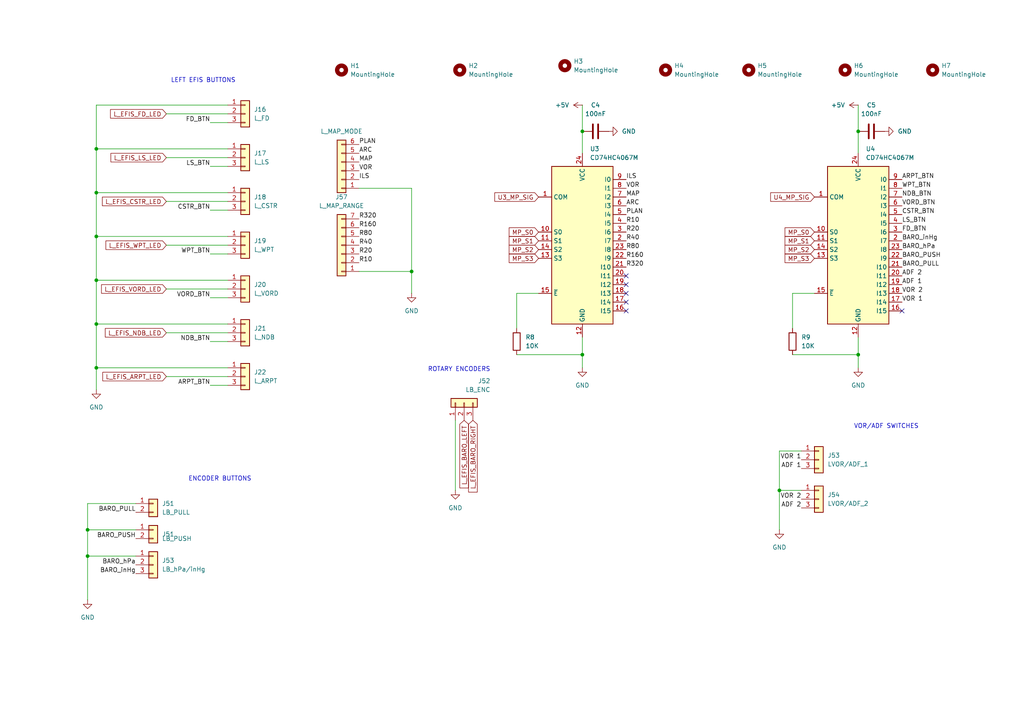
<source format=kicad_sch>
(kicad_sch (version 20231120) (generator "eeschema") (generator_version "8.0")
  (paper "A4")
  (lib_symbols
    (symbol "74xx:CD74HC4067M"
      (property "Reference" "U" (at -8.89 22.86 0))
      (property "Value" "CD74HC4067M" (at 1.27 22.86 0))
      (symbol "CD74HC4067M_0_1"
        (rectangle (start -8.89 21.59) (end 8.89 -24.13) (stroke (width 0.254)) (fill (type background)))
      )
      (symbol "CD74HC4067M_1_1"
        (pin passive line (at -12.7 12.7 0) (length 3.81) (name "COM") (number "1"))
        (pin input line (at -12.7 2.54 0) (length 3.81) (name "S0") (number "10"))
        (pin input line (at -12.7 0 0) (length 3.81) (name "S1") (number "11"))
        (pin power_in line (at 0 -27.94 90) (length 3.81) (name "GND") (number "12"))
        (pin input line (at -12.7 -5.08 0) (length 3.81) (name "S3") (number "13"))
        (pin input line (at -12.7 -2.54 0) (length 3.81) (name "S2") (number "14"))
        (pin input line (at -12.7 -15.24 0) (length 3.81) (name "~{E}") (number "15"))
        (pin passive line (at 12.7 -20.32 180) (length 3.81) (name "I15") (number "16"))
        (pin passive line (at 12.7 -17.78 180) (length 3.81) (name "I14") (number "17"))
        (pin passive line (at 12.7 -15.24 180) (length 3.81) (name "I13") (number "18"))
        (pin passive line (at 12.7 -12.7 180) (length 3.81) (name "I12") (number "19"))
        (pin passive line (at 12.7 0 180) (length 3.81) (name "I7") (number "2"))
        (pin passive line (at 12.7 -10.16 180) (length 3.81) (name "I11") (number "20"))
        (pin passive line (at 12.7 -7.62 180) (length 3.81) (name "I10") (number "21"))
        (pin passive line (at 12.7 -5.08 180) (length 3.81) (name "I9") (number "22"))
        (pin passive line (at 12.7 -2.54 180) (length 3.81) (name "I8") (number "23"))
        (pin power_in line (at 0 25.4 270) (length 3.81) (name "VCC") (number "24"))
        (pin passive line (at 12.7 2.54 180) (length 3.81) (name "I6") (number "3"))
        (pin passive line (at 12.7 5.08 180) (length 3.81) (name "I5") (number "4"))
        (pin passive line (at 12.7 7.62 180) (length 3.81) (name "I4") (number "5"))
        (pin passive line (at 12.7 10.16 180) (length 3.81) (name "I3") (number "6"))
        (pin passive line (at 12.7 12.7 180) (length 3.81) (name "I2") (number "7"))
        (pin passive line (at 12.7 15.24 180) (length 3.81) (name "I1") (number "8"))
        (pin passive line (at 12.7 17.78 180) (length 3.81) (name "I0") (number "9"))
      )
    )
    (symbol "Connector_Generic:Conn_01x02" (pin_names (offset 1.016) hide)
      (property "Reference" "J" (at 0 2.54 0))
      (property "Value" "Conn_01x02" (at 0 -5.08 0))
      (symbol "Conn_01x02_1_1"
        (rectangle (start -1.27 -2.413) (end 0 -2.667) (stroke (width 0.1524)))
        (rectangle (start -1.27 0.127) (end 0 -0.127) (stroke (width 0.1524)))
        (rectangle (start -1.27 1.27) (end 1.27 -3.81) (stroke (width 0.254)) (fill (type background)))
        (pin passive line (at -5.08 0 0) (length 3.81) (name "Pin_1") (number "1"))
        (pin passive line (at -5.08 -2.54 0) (length 3.81) (name "Pin_2") (number "2"))
      )
    )
    (symbol "Connector_Generic:Conn_01x03" (pin_names (offset 1.016) hide)
      (property "Reference" "J" (at 0 5.08 0))
      (property "Value" "Conn_01x03" (at 0 -5.08 0))
      (symbol "Conn_01x03_1_1"
        (rectangle (start -1.27 -2.413) (end 0 -2.667) (stroke (width 0.1524)))
        (rectangle (start -1.27 0.127) (end 0 -0.127) (stroke (width 0.1524)))
        (rectangle (start -1.27 2.667) (end 0 2.413) (stroke (width 0.1524)))
        (rectangle (start -1.27 3.81) (end 1.27 -3.81) (stroke (width 0.254)) (fill (type background)))
        (pin passive line (at -5.08 2.54 0) (length 3.81) (name "Pin_1") (number "1"))
        (pin passive line (at -5.08 0 0) (length 3.81) (name "Pin_2") (number "2"))
        (pin passive line (at -5.08 -2.54 0) (length 3.81) (name "Pin_3") (number "3"))
      )
    )
    (symbol "Connector_Generic:Conn_01x06" (pin_names (offset 1.016) hide)
      (property "Reference" "J" (at 0 7.62 0))
      (property "Value" "Conn_01x06" (at 0 -10.16 0))
      (symbol "Conn_01x06_1_1"
        (rectangle (start -1.27 -7.493) (end 0 -7.747) (stroke (width 0.1524)))
        (rectangle (start -1.27 -4.953) (end 0 -5.207) (stroke (width 0.1524)))
        (rectangle (start -1.27 -2.413) (end 0 -2.667) (stroke (width 0.1524)))
        (rectangle (start -1.27 0.127) (end 0 -0.127) (stroke (width 0.1524)))
        (rectangle (start -1.27 2.667) (end 0 2.413) (stroke (width 0.1524)))
        (rectangle (start -1.27 5.207) (end 0 4.953) (stroke (width 0.1524)))
        (rectangle (start -1.27 6.35) (end 1.27 -8.89) (stroke (width 0.254)) (fill (type background)))
        (pin passive line (at -5.08 5.08 0) (length 3.81) (name "Pin_1") (number "1"))
        (pin passive line (at -5.08 2.54 0) (length 3.81) (name "Pin_2") (number "2"))
        (pin passive line (at -5.08 0 0) (length 3.81) (name "Pin_3") (number "3"))
        (pin passive line (at -5.08 -2.54 0) (length 3.81) (name "Pin_4") (number "4"))
        (pin passive line (at -5.08 -5.08 0) (length 3.81) (name "Pin_5") (number "5"))
        (pin passive line (at -5.08 -7.62 0) (length 3.81) (name "Pin_6") (number "6"))
      )
    )
    (symbol "Connector_Generic:Conn_01x07" (pin_names (offset 1.016) hide)
      (property "Reference" "J" (at 0 10.16 0))
      (property "Value" "Conn_01x07" (at 0 -10.16 0))
      (symbol "Conn_01x07_1_1"
        (rectangle (start -1.27 -7.493) (end 0 -7.747) (stroke (width 0.1524)))
        (rectangle (start -1.27 -4.953) (end 0 -5.207) (stroke (width 0.1524)))
        (rectangle (start -1.27 -2.413) (end 0 -2.667) (stroke (width 0.1524)))
        (rectangle (start -1.27 0.127) (end 0 -0.127) (stroke (width 0.1524)))
        (rectangle (start -1.27 2.667) (end 0 2.413) (stroke (width 0.1524)))
        (rectangle (start -1.27 5.207) (end 0 4.953) (stroke (width 0.1524)))
        (rectangle (start -1.27 7.747) (end 0 7.493) (stroke (width 0.1524)))
        (rectangle (start -1.27 8.89) (end 1.27 -8.89) (stroke (width 0.254)) (fill (type background)))
        (pin passive line (at -5.08 7.62 0) (length 3.81) (name "Pin_1") (number "1"))
        (pin passive line (at -5.08 5.08 0) (length 3.81) (name "Pin_2") (number "2"))
        (pin passive line (at -5.08 2.54 0) (length 3.81) (name "Pin_3") (number "3"))
        (pin passive line (at -5.08 0 0) (length 3.81) (name "Pin_4") (number "4"))
        (pin passive line (at -5.08 -2.54 0) (length 3.81) (name "Pin_5") (number "5"))
        (pin passive line (at -5.08 -5.08 0) (length 3.81) (name "Pin_6") (number "6"))
        (pin passive line (at -5.08 -7.62 0) (length 3.81) (name "Pin_7") (number "7"))
      )
    )
    (symbol "Device:C" (pin_numbers hide) (pin_names (offset 0.254))
      (property "Reference" "C" (at 0.635 2.54 0))
      (property "Value" "C" (at 0.635 -2.54 0))
      (symbol "C_0_1"
        (polyline (pts (xy -2.032 -0.762) (xy 2.032 -0.762)) (stroke (width 0.508)))
        (polyline (pts (xy -2.032 0.762) (xy 2.032 0.762)) (stroke (width 0.508)))
      )
      (symbol "C_1_1"
        (pin passive line (at 0 3.81 270) (length 2.794) (name "~") (number "1"))
        (pin passive line (at 0 -3.81 90) (length 2.794) (name "~") (number "2"))
      )
    )
    (symbol "Device:R" (pin_numbers hide) (pin_names (offset 0))
      (property "Reference" "R" (at 2.032 0 90))
      (property "Value" "R" (at 0 0 90))
      (symbol "R_0_1"
        (rectangle (start -1.016 -2.54) (end 1.016 2.54) (stroke (width 0.254)))
      )
      (symbol "R_1_1"
        (pin passive line (at 0 3.81 270) (length 1.27) (name "~") (number "1"))
        (pin passive line (at 0 -3.81 90) (length 1.27) (name "~") (number "2"))
      )
    )
    (symbol "Mechanical:MountingHole" (pin_names (offset 1.016))
      (property "Reference" "H" (at 0 5.08 0))
      (property "Value" "MountingHole" (at 0 3.175 0))
      (symbol "MountingHole_0_1"
        (circle (center 0 0) (radius 1.27) (stroke (width 1.27)))
      )
    )
    (symbol "power:+5V" (power) (pin_numbers hide) (pin_names (offset 0) hide)
      (property "Value" "+5V" (at 0 3.556 0))
      (symbol "+5V_0_1"
        (polyline (pts (xy -0.762 1.27) (xy 0 2.54)))
        (polyline (pts (xy 0 0) (xy 0 2.54)))
        (polyline (pts (xy 0 2.54) (xy 0.762 1.27)))
      )
      (symbol "+5V_1_1"
        (pin power_in line (at 0 0 90) (length 0) (name "~") (number "1"))
      )
    )
    (symbol "power:GND" (power) (pin_numbers hide) (pin_names (offset 0) hide)
      (property "Value" "GND" (at 0 -3.81 0))
      (symbol "GND_0_1"
        (polyline (pts (xy 0 0) (xy 0 -1.27) (xy 1.27 -1.27) (xy 0 -2.54) (xy -1.27 -1.27) (xy 0 -1.27)))
      )
      (symbol "GND_1_1"
        (pin power_in line (at 0 0 270) (length 0) (name "~") (number "1"))
      )
    )
  )
  (junction (at 25.4 161.29))
  (junction (at 168.91 38.1))
  (junction (at 248.92 38.1))
  (junction (at 27.94 93.98))
  (junction (at 168.91 102.87))
  (junction (at 226.06 142.24))
  (junction (at 248.92 102.87))
  (junction (at 119.38 78.74))
  (junction (at 27.94 43.18))
  (junction (at 27.94 68.58))
  (junction (at 27.94 106.68))
  (junction (at 27.94 81.28))
  (junction (at 25.4 153.67))
  (junction (at 27.94 55.88))
  (no_connect (at 181.61 87.63))
  (no_connect (at 181.61 85.09))
  (no_connect (at 181.61 82.55))
  (no_connect (at 181.61 80.01))
  (no_connect (at 181.61 90.17))
  (no_connect (at 261.62 90.17))
  (wire (pts (xy 149.86 85.09) (xy 149.86 95.25)))
  (wire (pts (xy 25.4 153.67) (xy 25.4 161.29)))
  (wire (pts (xy 168.91 38.1) (xy 168.91 44.45)))
  (wire (pts (xy 132.08 142.24) (xy 132.08 121.92)))
  (wire (pts (xy 232.41 130.81) (xy 226.06 130.81)))
  (wire (pts (xy 66.04 93.98) (xy 27.94 93.98)))
  (wire (pts (xy 27.94 81.28) (xy 66.04 81.28)))
  (wire (pts (xy 27.94 81.28) (xy 27.94 93.98)))
  (wire (pts (xy 27.94 68.58) (xy 27.94 81.28)))
  (wire (pts (xy 48.26 58.42) (xy 66.04 58.42)))
  (wire (pts (xy 60.96 60.96) (xy 66.04 60.96)))
  (wire (pts (xy 48.26 109.22) (xy 66.04 109.22)))
  (wire (pts (xy 229.87 85.09) (xy 229.87 95.25)))
  (wire (pts (xy 27.94 43.18) (xy 66.04 43.18)))
  (wire (pts (xy 27.94 43.18) (xy 27.94 55.88)))
  (wire (pts (xy 248.92 38.1) (xy 248.92 44.45)))
  (wire (pts (xy 27.94 93.98) (xy 27.94 106.68)))
  (wire (pts (xy 39.37 146.05) (xy 25.4 146.05)))
  (wire (pts (xy 168.91 106.68) (xy 168.91 102.87)))
  (wire (pts (xy 48.26 96.52) (xy 66.04 96.52)))
  (wire (pts (xy 104.14 78.74) (xy 119.38 78.74)))
  (wire (pts (xy 25.4 146.05) (xy 25.4 153.67)))
  (wire (pts (xy 66.04 30.48) (xy 27.94 30.48)))
  (wire (pts (xy 60.96 73.66) (xy 66.04 73.66)))
  (wire (pts (xy 48.26 83.82) (xy 66.04 83.82)))
  (wire (pts (xy 27.94 106.68) (xy 66.04 106.68)))
  (wire (pts (xy 226.06 142.24) (xy 226.06 153.67)))
  (wire (pts (xy 156.21 85.09) (xy 149.86 85.09)))
  (wire (pts (xy 104.14 54.61) (xy 119.38 54.61)))
  (wire (pts (xy 48.26 33.02) (xy 66.04 33.02)))
  (wire (pts (xy 248.92 102.87) (xy 248.92 97.79)))
  (wire (pts (xy 60.96 86.36) (xy 66.04 86.36)))
  (wire (pts (xy 60.96 111.76) (xy 66.04 111.76)))
  (wire (pts (xy 66.04 68.58) (xy 27.94 68.58)))
  (wire (pts (xy 168.91 102.87) (xy 168.91 97.79)))
  (wire (pts (xy 27.94 106.68) (xy 27.94 113.03)))
  (wire (pts (xy 25.4 161.29) (xy 25.4 173.99)))
  (wire (pts (xy 226.06 130.81) (xy 226.06 142.24)))
  (wire (pts (xy 60.96 35.56) (xy 66.04 35.56)))
  (wire (pts (xy 27.94 30.48) (xy 27.94 43.18)))
  (wire (pts (xy 229.87 102.87) (xy 248.92 102.87)))
  (wire (pts (xy 27.94 55.88) (xy 27.94 68.58)))
  (wire (pts (xy 248.92 106.68) (xy 248.92 102.87)))
  (wire (pts (xy 60.96 99.06) (xy 66.04 99.06)))
  (wire (pts (xy 48.26 45.72) (xy 66.04 45.72)))
  (wire (pts (xy 60.96 48.26) (xy 66.04 48.26)))
  (wire (pts (xy 149.86 102.87) (xy 168.91 102.87)))
  (wire (pts (xy 27.94 55.88) (xy 66.04 55.88)))
  (wire (pts (xy 39.37 161.29) (xy 25.4 161.29)))
  (wire (pts (xy 168.91 30.48) (xy 168.91 38.1)))
  (wire (pts (xy 39.37 153.67) (xy 25.4 153.67)))
  (wire (pts (xy 119.38 78.74) (xy 119.38 85.09)))
  (wire (pts (xy 119.38 54.61) (xy 119.38 78.74)))
  (wire (pts (xy 226.06 142.24) (xy 232.41 142.24)))
  (wire (pts (xy 48.26 71.12) (xy 66.04 71.12)))
  (wire (pts (xy 236.22 85.09) (xy 229.87 85.09)))
  (wire (pts (xy 248.92 30.48) (xy 248.92 38.1)))
  (text "LEFT EFIS BUTTONS" (at 49.53 24.13 0) (effects (font (size 1.27 1.27)) (justify left bottom)))
  (text "ROTARY ENCODERS" (at 142.24 107.95 0) (effects (font (size 1.27 1.27)) (justify right bottom)))
  (text "ENCODER BUTTONS" (at 54.61 139.7 0) (effects (font (size 1.27 1.27)) (justify left bottom)))
  (text "VOR/ADF SWITCHES" (at 247.65 124.46 0) (effects (font (size 1.27 1.27)) (justify left bottom)))
  (label "R40" (at 181.61 69.85 0))
  (label "VOR 2" (at 232.41 144.78 180))
  (label "CSTR_BTN" (at 60.96 60.96 180))
  (label "ARPT_BTN" (at 261.62 52.07 0))
  (label "LS_BTN" (at 261.62 64.77 0))
  (label "R10" (at 104.14 76.2 0))
  (label "BARO_PULL" (at 261.62 77.47 0))
  (label "FD_BTN" (at 60.96 35.56 180))
  (label "WPT_BTN" (at 261.62 54.61 0))
  (label "ILS" (at 104.14 52.07 0))
  (label "MAP" (at 181.61 57.15 0))
  (label "R160" (at 104.14 66.04 0))
  (label "PLAN" (at 104.14 41.91 0))
  (label "BARO_hPa" (at 261.62 72.39 0))
  (label "BARO_inHg" (at 261.62 69.85 0))
  (label "ADF 1" (at 232.41 135.89 180))
  (label "MAP" (at 104.14 46.99 0))
  (label "ADF 2" (at 261.62 80.01 0))
  (label "R10" (at 181.61 64.77 0))
  (label "BARO_PULL" (at 39.37 148.59 180))
  (label "VOR 1" (at 261.62 87.63 0))
  (label "VORD_BTN" (at 261.62 59.69 0))
  (label "VORD_BTN" (at 60.96 86.36 180))
  (label "VOR" (at 104.14 49.53 0))
  (label "R20" (at 181.61 67.31 0))
  (label "ARC" (at 181.61 59.69 0))
  (label "ADF 2" (at 232.41 147.32 180))
  (label "VOR 1" (at 232.41 133.35 180))
  (label "LS_BTN" (at 60.96 48.26 180))
  (label "VOR 2" (at 261.62 85.09 0))
  (label "VOR" (at 181.61 54.61 0))
  (label "BARO_hPa" (at 39.37 163.83 180))
  (label "NDB_BTN" (at 261.62 57.15 0))
  (label "BARO_PUSH" (at 39.37 156.21 180))
  (label "R80" (at 181.61 72.39 0))
  (label "BARO_inHg" (at 39.37 166.37 180))
  (label "R160" (at 181.61 74.93 0))
  (label "ILS" (at 181.61 52.07 0))
  (label "R320" (at 104.14 63.5 0))
  (label "ADF 1" (at 261.62 82.55 0))
  (label "ARPT_BTN" (at 60.96 111.76 180))
  (label "R320" (at 181.61 77.47 0))
  (label "PLAN" (at 181.61 62.23 0))
  (label "BARO_PUSH" (at 261.62 74.93 0))
  (label "R20" (at 104.14 73.66 0))
  (label "R40" (at 104.14 71.12 0))
  (label "FD_BTN" (at 261.62 67.31 0))
  (label "WPT_BTN" (at 60.96 73.66 180))
  (label "CSTR_BTN" (at 261.62 62.23 0))
  (label "NDB_BTN" (at 60.96 99.06 180))
  (label "ARC" (at 104.14 44.45 0))
  (label "R80" (at 104.14 68.58 0))
  (global_label "L_EFIS_NDB_LED" (shape input) (at 48.26 96.52 180) (property "Intersheetrefs" "${INTERSHEET_REFS}" (effects (hide yes))))
  (global_label "L_EFIS_BARO_LEFT" (shape input) (at 134.62 121.92 270) (property "Intersheetrefs" "${INTERSHEET_REFS}" (effects (hide yes))))
  (global_label "MP_S2" (shape input) (at 236.22 72.39 180) (property "Intersheetrefs" "${INTERSHEET_REFS}" (effects (hide yes))))
  (global_label "L_EFIS_LS_LED" (shape input) (at 48.26 45.72 180) (property "Intersheetrefs" "${INTERSHEET_REFS}" (effects (hide yes))))
  (global_label "U3_MP_SIG" (shape input) (at 156.21 57.15 180) (property "Intersheetrefs" "${INTERSHEET_REFS}" (effects (hide yes))))
  (global_label "L_EFIS_VORD_LED" (shape input) (at 48.26 83.82 180) (property "Intersheetrefs" "${INTERSHEET_REFS}" (effects (hide yes))))
  (global_label "MP_S0" (shape input) (at 236.22 67.31 180) (property "Intersheetrefs" "${INTERSHEET_REFS}" (effects (hide yes))))
  (global_label "L_EFIS_ARPT_LED" (shape input) (at 48.26 109.22 180) (property "Intersheetrefs" "${INTERSHEET_REFS}" (effects (hide yes))))
  (global_label "L_EFIS_FD_LED" (shape input) (at 48.26 33.02 180) (property "Intersheetrefs" "${INTERSHEET_REFS}" (effects (hide yes))))
  (global_label "U4_MP_SIG" (shape input) (at 236.22 57.15 180) (property "Intersheetrefs" "${INTERSHEET_REFS}" (effects (hide yes))))
  (global_label "MP_S0" (shape input) (at 156.21 67.31 180) (property "Intersheetrefs" "${INTERSHEET_REFS}" (effects (hide yes))))
  (global_label "L_EFIS_BARO_RIGHT" (shape input) (at 137.16 121.92 270) (property "Intersheetrefs" "${INTERSHEET_REFS}" (effects (hide yes))))
  (global_label "MP_S3" (shape input) (at 156.21 74.93 180) (property "Intersheetrefs" "${INTERSHEET_REFS}" (effects (hide yes))))
  (global_label "L_EFIS_CSTR_LED" (shape input) (at 48.26 58.42 180) (property "Intersheetrefs" "${INTERSHEET_REFS}" (effects (hide yes))))
  (global_label "MP_S1" (shape input) (at 236.22 69.85 180) (property "Intersheetrefs" "${INTERSHEET_REFS}" (effects (hide yes))))
  (global_label "MP_S1" (shape input) (at 156.21 69.85 180) (property "Intersheetrefs" "${INTERSHEET_REFS}" (effects (hide yes))))
  (global_label "L_EFIS_WPT_LED" (shape input) (at 48.26 71.12 180) (property "Intersheetrefs" "${INTERSHEET_REFS}" (effects (hide yes))))
  (global_label "MP_S3" (shape input) (at 236.22 74.93 180) (property "Intersheetrefs" "${INTERSHEET_REFS}" (effects (hide yes))))
  (global_label "MP_S2" (shape input) (at 156.21 72.39 180) (property "Intersheetrefs" "${INTERSHEET_REFS}" (effects (hide yes))))
  (symbol (lib_id "Device:C") (at 172.72 38.1 90) (unit 1)
    (property "Reference" "C4" (at 172.72 30.48 90))
    (property "Value" "100nF" (at 172.72 33.02 90))
    (property "Footprint" "Capacitor_SMD:C_1206_3216Metric_Pad1.33x1.80mm_HandSolder" (effects (hide yes)))
    (property "Description" "Unpolarized capacitor" (effects (hide yes)))
  )
  (symbol (lib_id "74xx:CD74HC4067M") (at 168.91 69.85 0) (unit 1)
    (property "Reference" "U3" (at 171.1041 43.18 0) (effects (justify left)))
    (property "Value" "CD74HC4067M" (at 171.1041 45.72 0) (effects (justify left)))
    (property "Footprint" "Package_SO:SOIC-24W_7.5x15.4mm_P1.27mm" (effects (hide yes)))
    (property "Datasheet" "http://www.ti.com/lit/ds/symlink/cd74hc4067.pdf" (effects (hide yes)))
    (property "Description" "High-Speed CMOS Logic 16-Channel Analog Multiplexer/Demultiplexer, SOIC-24" (effects (hide yes)))
  )
  (symbol (lib_id "Mechanical:MountingHole") (at 99.06 20.32 0) (unit 1)
    (property "Reference" "H1" (at 101.6 19.05 0) (effects (justify left)))
    (property "Value" "MountingHole" (at 101.6 21.59 0) (effects (justify left)))
    (property "Footprint" "MountingHole:MountingHole_2.7mm_M2.5_DIN965_Pad_TopBottom" (effects (hide yes)))
  )
  (symbol (lib_id "74xx:CD74HC4067M") (at 248.92 69.85 0) (unit 1)
    (property "Reference" "U4" (at 251.1141 43.18 0) (effects (justify left)))
    (property "Value" "CD74HC4067M" (at 251.1141 45.72 0) (effects (justify left)))
    (property "Footprint" "Package_SO:SOIC-24W_7.5x15.4mm_P1.27mm" (effects (hide yes)))
    (property "Datasheet" "http://www.ti.com/lit/ds/symlink/cd74hc4067.pdf" (effects (hide yes)))
    (property "Description" "High-Speed CMOS Logic 16-Channel Analog Multiplexer/Demultiplexer, SOIC-24" (effects (hide yes)))
  )
  (symbol (lib_id "power:GND") (at 176.53 38.1 90) (unit 1)
    (property "Reference" "#PWR047" (effects (hide yes)))
    (property "Value" "GND" (at 180.34 38.0999 90) (effects (justify right)))
    (property "Description" "Power symbol creates a global label with name \"GND\" , ground" (effects (hide yes)))
  )
  (symbol (lib_id "Mechanical:MountingHole") (at 193.04 20.32 0) (unit 1)
    (property "Reference" "H4" (at 195.58 19.05 0) (effects (justify left)))
    (property "Value" "MountingHole" (at 195.58 21.59 0) (effects (justify left)))
    (property "Footprint" "MountingHole:MountingHole_2.7mm_M2.5_DIN965_Pad_TopBottom" (effects (hide yes)))
  )
  (symbol (lib_id "Device:C") (at 252.73 38.1 90) (unit 1)
    (property "Reference" "C5" (at 252.73 30.48 90))
    (property "Value" "100nF" (at 252.73 33.02 90))
    (property "Footprint" "Capacitor_SMD:C_1206_3216Metric_Pad1.33x1.80mm_HandSolder" (effects (hide yes)))
    (property "Description" "Unpolarized capacitor" (effects (hide yes)))
  )
  (symbol (lib_id "power:GND") (at 27.94 113.03 0) (unit 1)
    (property "Reference" "#PWR017" (effects (hide yes)))
    (property "Value" "GND" (at 27.94 118.11 0))
    (property "Description" "Power symbol creates a global label with name \"GND\" , ground" (effects (hide yes)))
    (instances (project "FCU_Mainboard_v2" (path "" (reference "#PWR017") (unit 1)) (path "" (reference "#PWR014") (unit 1))))
  )
  (symbol (lib_id "Connector_Generic:Conn_01x03") (at 71.12 33.02 0) (unit 1)
    (property "Reference" "J16" (at 73.66 31.7499 0) (effects (justify left)))
    (property "Value" "L_FD" (at 73.66 34.2899 0) (effects (justify left)))
    (property "Footprint" "Connector_PinHeader_2.54mm:PinHeader_1x03_P2.54mm_Vertical" (effects (hide yes)))
    (instances (project "FCU_Mainboard_v2" (path "" (reference "J16") (unit 1)) (path "" (reference "J26") (unit 1)) (path "" (reference "J16") (unit 1))))
  )
  (symbol (lib_id "Connector_Generic:Conn_01x03") (at 71.12 58.42 0) (unit 1)
    (property "Reference" "J18" (at 73.66 57.1499 0) (effects (justify left)))
    (property "Value" "L_CSTR" (at 73.66 59.6899 0) (effects (justify left)))
    (property "Footprint" "Connector_PinHeader_2.54mm:PinHeader_1x03_P2.54mm_Vertical" (effects (hide yes)))
    (instances (project "FCU_Mainboard_v2" (path "" (reference "J18") (unit 1)) (path "" (reference "J28") (unit 1)) (path "" (reference "J18") (unit 1))))
  )
  (symbol (lib_id "Mechanical:MountingHole") (at 245.11 20.32 0) (unit 1)
    (property "Reference" "H6" (at 247.65 19.05 0) (effects (justify left)))
    (property "Value" "MountingHole" (at 247.65 21.59 0) (effects (justify left)))
    (property "Footprint" "MountingHole:MountingHole_2.7mm_M2.5_DIN965_Pad_TopBottom" (effects (hide yes)))
  )
  (symbol (lib_id "power:GND") (at 226.06 153.67 0) (unit 1)
    (property "Reference" "#PWR032" (effects (hide yes)))
    (property "Value" "GND" (at 226.06 158.75 0))
    (property "Description" "Power symbol creates a global label with name \"GND\" , ground" (effects (hide yes)))
    (instances (project "FCU_Mainboard_v2" (path "" (reference "#PWR032") (unit 1)) (path "" (reference "#PWR018") (unit 1))))
  )
  (symbol (lib_id "Device:R") (at 149.86 99.06 0) (unit 1)
    (property "Reference" "R8" (at 152.4 97.7899 0) (effects (justify left)))
    (property "Value" "10K" (at 152.4 100.3299 0) (effects (justify left)))
    (property "Footprint" "Resistor_SMD:R_1206_3216Metric_Pad1.30x1.75mm_HandSolder" (effects (hide yes)))
    (property "Description" "Resistor" (effects (hide yes)))
  )
  (symbol (lib_id "power:GND") (at 119.38 85.09 0) (unit 1)
    (property "Reference" "#PWR030" (effects (hide yes)))
    (property "Value" "GND" (at 119.38 90.17 0))
    (property "Description" "Power symbol creates a global label with name \"GND\" , ground" (effects (hide yes)))
    (instances (project "FCU_Mainboard_v2" (path "" (reference "#PWR030") (unit 1)) (path "" (reference "#PWR029") (unit 1))))
  )
  (symbol (lib_id "power:+5V") (at 248.92 30.48 90) (unit 1)
    (property "Reference" "#PWR048" (effects (hide yes)))
    (property "Value" "+5V" (at 245.11 30.4799 90) (effects (justify left)))
    (property "Description" "Power symbol creates a global label with name \"+5V\"" (effects (hide yes)))
  )
  (symbol (lib_id "Device:R") (at 229.87 99.06 0) (unit 1)
    (property "Reference" "R9" (at 232.41 97.7899 0) (effects (justify left)))
    (property "Value" "10K" (at 232.41 100.3299 0) (effects (justify left)))
    (property "Footprint" "Resistor_SMD:R_1206_3216Metric_Pad1.30x1.75mm_HandSolder" (effects (hide yes)))
    (property "Description" "Resistor" (effects (hide yes)))
  )
  (symbol (lib_id "Connector_Generic:Conn_01x06") (at 99.06 49.53 180) (unit 1)
    (property "Reference" "J55" (effects (hide yes)))
    (property "Value" "L_MAP_MODE" (at 99.06 38.1 0))
    (property "Footprint" "Connector_PinHeader_2.54mm:PinHeader_1x06_P2.54mm_Vertical" (effects (hide yes)))
    (instances (project "FCU_Mainboard_v2" (path "" (reference "J55") (unit 1)) (path "" (reference "J54") (unit 1)) (path "" (reference "J51") (unit 1))))
  )
  (symbol (lib_id "power:GND") (at 168.91 106.68 0) (unit 1)
    (property "Reference" "#PWR033" (effects (hide yes)))
    (property "Value" "GND" (at 168.91 111.76 0))
    (property "Description" "Power symbol creates a global label with name \"GND\" , ground" (effects (hide yes)))
  )
  (symbol (lib_id "Connector_Generic:Conn_01x03") (at 71.12 83.82 0) (unit 1)
    (property "Reference" "J20" (at 73.66 82.5499 0) (effects (justify left)))
    (property "Value" "L_VORD" (at 73.66 85.0899 0) (effects (justify left)))
    (property "Footprint" "Connector_PinHeader_2.54mm:PinHeader_1x03_P2.54mm_Vertical" (effects (hide yes)))
    (instances (project "FCU_Mainboard_v2" (path "" (reference "J20") (unit 1)) (path "" (reference "J40") (unit 1)) (path "" (reference "J20") (unit 1))))
  )
  (symbol (lib_id "Connector_Generic:Conn_01x03") (at 71.12 71.12 0) (unit 1)
    (property "Reference" "J19" (at 73.66 69.8499 0) (effects (justify left)))
    (property "Value" "L_WPT" (at 73.66 72.3899 0) (effects (justify left)))
    (property "Footprint" "Connector_PinHeader_2.54mm:PinHeader_1x03_P2.54mm_Vertical" (effects (hide yes)))
    (instances (project "FCU_Mainboard_v2" (path "" (reference "J19") (unit 1)) (path "" (reference "J29") (unit 1)) (path "" (reference "J19") (unit 1))))
  )
  (symbol (lib_id "Connector_Generic:Conn_01x03") (at 71.12 109.22 0) (unit 1)
    (property "Reference" "J22" (at 73.66 107.9499 0) (effects (justify left)))
    (property "Value" "L_ARPT" (at 73.66 110.4899 0) (effects (justify left)))
    (property "Footprint" "Connector_PinHeader_2.54mm:PinHeader_1x03_P2.54mm_Vertical" (effects (hide yes)))
    (instances (project "FCU_Mainboard_v2" (path "" (reference "J22") (unit 1)) (path "" (reference "J52") (unit 1)) (path "" (reference "J22") (unit 1))))
  )
  (symbol (lib_id "Connector_Generic:Conn_01x03") (at 71.12 45.72 0) (unit 1)
    (property "Reference" "J17" (at 73.66 44.4499 0) (effects (justify left)))
    (property "Value" "L_LS" (at 73.66 46.9899 0) (effects (justify left)))
    (property "Footprint" "Connector_PinHeader_2.54mm:PinHeader_1x03_P2.54mm_Vertical" (effects (hide yes)))
    (instances (project "FCU_Mainboard_v2" (path "" (reference "J17") (unit 1)) (path "" (reference "J27") (unit 1)) (path "" (reference "J17") (unit 1))))
  )
  (symbol (lib_id "Connector_Generic:Conn_01x02") (at 44.45 153.67 0) (unit 1)
    (property "Reference" "J51" (at 46.99 154.9399 0) (effects (justify left)))
    (property "Value" "LB_PUSH" (at 46.99 156.21 0) (effects (justify left)))
    (property "Footprint" "Connector_PinHeader_2.54mm:PinHeader_1x02_P2.54mm_Vertical" (effects (hide yes)))
    (instances (project "FCU_Mainboard_v2" (path "" (reference "J51") (unit 1)) (path "" (reference "J24") (unit 1)) (path "" (reference "J44") (unit 1))))
  )
  (symbol (lib_id "power:+5V") (at 168.91 30.48 90) (unit 1)
    (property "Reference" "#PWR031" (effects (hide yes)))
    (property "Value" "+5V" (at 165.1 30.4799 90) (effects (justify left)))
    (property "Description" "Power symbol creates a global label with name \"+5V\"" (effects (hide yes)))
  )
  (symbol (lib_id "power:GND") (at 256.54 38.1 90) (unit 1)
    (property "Reference" "#PWR052" (effects (hide yes)))
    (property "Value" "GND" (at 260.35 38.0999 90) (effects (justify right)))
    (property "Description" "Power symbol creates a global label with name \"GND\" , ground" (effects (hide yes)))
  )
  (symbol (lib_id "power:GND") (at 25.4 173.99 0) (unit 1)
    (property "Reference" "#PWR019" (effects (hide yes)))
    (property "Value" "GND" (at 25.4 179.07 0))
    (property "Description" "Power symbol creates a global label with name \"GND\" , ground" (effects (hide yes)))
    (instances (project "FCU_Mainboard_v2" (path "" (reference "#PWR019") (unit 1)) (path "" (reference "#PWR016") (unit 1))))
  )
  (symbol (lib_id "Connector_Generic:Conn_01x03") (at 134.62 116.84 90) (unit 1)
    (property "Reference" "J52" (at 142.24 110.49 90) (effects (justify left)))
    (property "Value" "LB_ENC" (at 142.24 113.03 90) (effects (justify left)))
    (property "Footprint" "Connector_PinHeader_2.54mm:PinHeader_1x03_P2.54mm_Vertical" (effects (hide yes)))
    (instances (project "FCU_Mainboard_v2" (path "" (reference "J52") (unit 1)) (path "" (reference "J56") (unit 1)) (path "" (reference "J36") (unit 1))))
  )
  (symbol (lib_id "Mechanical:MountingHole") (at 217.17 20.32 0) (unit 1)
    (property "Reference" "H5" (at 219.71 19.05 0) (effects (justify left)))
    (property "Value" "MountingHole" (at 219.71 21.59 0) (effects (justify left)))
    (property "Footprint" "MountingHole:MountingHole_2.7mm_M2.5_DIN965_Pad_TopBottom" (effects (hide yes)))
  )
  (symbol (lib_id "Mechanical:MountingHole") (at 133.35 20.32 0) (unit 1)
    (property "Reference" "H2" (at 135.89 19.05 0) (effects (justify left)))
    (property "Value" "MountingHole" (at 135.89 21.59 0) (effects (justify left)))
    (property "Footprint" "MountingHole:MountingHole_2.7mm_M2.5_DIN965_Pad_TopBottom" (effects (hide yes)))
  )
  (symbol (lib_id "power:GND") (at 132.08 142.24 0) (unit 1)
    (property "Reference" "#PWR023" (effects (hide yes)))
    (property "Value" "GND" (at 132.08 147.32 0))
    (property "Description" "Power symbol creates a global label with name \"GND\" , ground" (effects (hide yes)))
    (instances (project "FCU_Mainboard_v2" (path "" (reference "#PWR023") (unit 1)) (path "" (reference "#PWR015") (unit 1))))
  )
  (symbol (lib_id "Mechanical:MountingHole") (at 270.51 20.32 0) (unit 1)
    (property "Reference" "H7" (at 273.05 19.05 0) (effects (justify left)))
    (property "Value" "MountingHole" (at 273.05 21.59 0) (effects (justify left)))
    (property "Footprint" "MountingHole:MountingHole_2.7mm_M2.5_DIN965_Pad_TopBottom" (effects (hide yes)))
  )
  (symbol (lib_id "Connector_Generic:Conn_01x03") (at 237.49 133.35 0) (unit 1)
    (property "Reference" "J53" (at 240.03 132.0799 0) (effects (justify left)))
    (property "Value" "LVOR/ADF_1" (at 240.03 134.6199 0) (effects (justify left)))
    (property "Footprint" "Connector_PinHeader_2.54mm:PinHeader_1x03_P2.54mm_Vertical" (effects (hide yes)))
    (instances (project "FCU_Mainboard_v2" (path "" (reference "J53") (unit 1)) (path "" (reference "J57") (unit 1)) (path "" (reference "J49") (unit 1))))
  )
  (symbol (lib_id "power:GND") (at 248.92 106.68 0) (unit 1)
    (property "Reference" "#PWR049" (effects (hide yes)))
    (property "Value" "GND" (at 248.92 111.76 0))
    (property "Description" "Power symbol creates a global label with name \"GND\" , ground" (effects (hide yes)))
  )
  (symbol (lib_id "Connector_Generic:Conn_01x07") (at 99.06 71.12 180) (unit 1)
    (property "Reference" "J57" (at 99.06 57.15 0))
    (property "Value" "L_MAP_RANGE" (at 99.06 59.69 0))
    (property "Footprint" "Connector_PinHeader_2.54mm:PinHeader_1x07_P2.54mm_Vertical" (effects (hide yes)))
    (instances (project "FCU_Mainboard_v2" (path "" (reference "J57") (unit 1)) (path "" (reference "J55") (unit 1)) (path "" (reference "J53") (unit 1))))
  )
  (symbol (lib_id "Connector_Generic:Conn_01x03") (at 237.49 144.78 0) (unit 1)
    (property "Reference" "J54" (at 240.03 143.5099 0) (effects (justify left)))
    (property "Value" "LVOR/ADF_2" (at 240.03 146.0499 0) (effects (justify left)))
    (property "Footprint" "Connector_PinHeader_2.54mm:PinHeader_1x03_P2.54mm_Vertical" (effects (hide yes)))
    (instances (project "FCU_Mainboard_v2" (path "" (reference "J54") (unit 1)) (path "" (reference "J58") (unit 1)) (path "" (reference "J50") (unit 1))))
  )
  (symbol (lib_id "Mechanical:MountingHole") (at 163.83 19.05 0) (unit 1)
    (property "Reference" "H3" (at 166.37 17.78 0) (effects (justify left)))
    (property "Value" "MountingHole" (at 166.37 20.32 0) (effects (justify left)))
    (property "Footprint" "MountingHole:MountingHole_2.7mm_M2.5_DIN965_Pad_TopBottom" (effects (hide yes)))
  )
  (symbol (lib_id "Connector_Generic:Conn_01x02") (at 44.45 146.05 0) (unit 1)
    (property "Reference" "J51" (at 46.99 146.0499 0) (effects (justify left)))
    (property "Value" "LB_PULL" (at 46.99 148.5899 0) (effects (justify left)))
    (property "Footprint" "Connector_PinHeader_2.54mm:PinHeader_1x02_P2.54mm_Vertical" (effects (hide yes)))
    (instances (project "FCU_Mainboard_v2" (path "" (reference "J51") (unit 1)) (path "" (reference "J23") (unit 1)) (path "" (reference "J38") (unit 1))))
  )
  (symbol (lib_id "Connector_Generic:Conn_01x03") (at 44.45 163.83 0) (unit 1)
    (property "Reference" "J53" (at 46.99 162.5599 0) (effects (justify left)))
    (property "Value" "LB_hPa/inHg" (at 46.99 165.0999 0) (effects (justify left)))
    (property "Footprint" "Connector_PinHeader_2.54mm:PinHeader_1x03_P2.54mm_Vertical" (effects (hide yes)))
    (instances (project "FCU_Mainboard_v2" (path "" (reference "J53") (unit 1)) (path "" (reference "J25") (unit 1)) (path "" (reference "J39") (unit 1))))
  )
  (symbol (lib_id "Connector_Generic:Conn_01x03") (at 71.12 96.52 0) (unit 1)
    (property "Reference" "J21" (at 73.66 95.2499 0) (effects (justify left)))
    (property "Value" "L_NDB" (at 73.66 97.7899 0) (effects (justify left)))
    (property "Footprint" "Connector_PinHeader_2.54mm:PinHeader_1x03_P2.54mm_Vertical" (effects (hide yes)))
    (instances (project "FCU_Mainboard_v2" (path "" (reference "J21") (unit 1)) (path "" (reference "J47") (unit 1)) (path "" (reference "J21") (unit 1))))
  )
)
</source>
